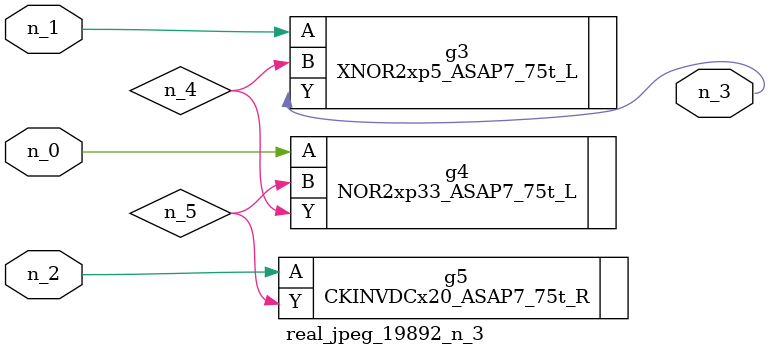
<source format=v>
module real_jpeg_19892_n_3 (n_1, n_0, n_2, n_3);

input n_1;
input n_0;
input n_2;

output n_3;

wire n_5;
wire n_4;

NOR2xp33_ASAP7_75t_L g4 ( 
.A(n_0),
.B(n_5),
.Y(n_4)
);

XNOR2xp5_ASAP7_75t_L g3 ( 
.A(n_1),
.B(n_4),
.Y(n_3)
);

CKINVDCx20_ASAP7_75t_R g5 ( 
.A(n_2),
.Y(n_5)
);


endmodule
</source>
